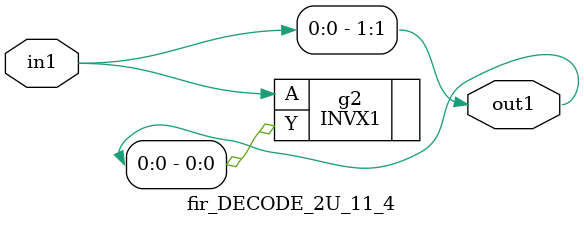
<source format=v>
`timescale 1ps / 1ps


module fir_DECODE_2U_11_4(in1, out1);
  input in1;
  output [1:0] out1;
  wire in1;
  wire [1:0] out1;
  assign out1[1] = in1;
  INVX1 g2(.A (in1), .Y (out1[0]));
endmodule



</source>
